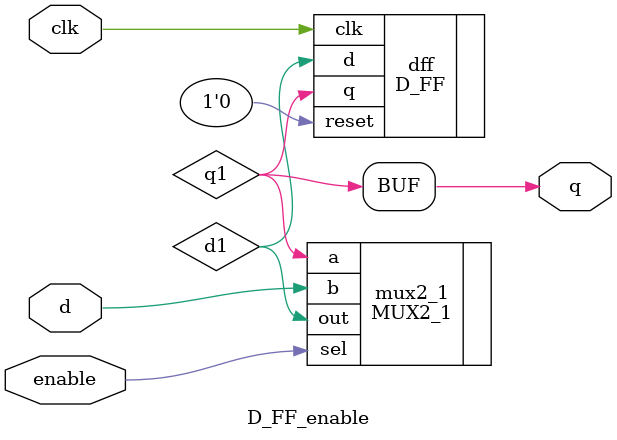
<source format=sv>
`timescale 1ns/10ps
module D_FF_enable (q, d, enable, clk);
 output reg q;
 input d, clk, enable;
 logic d1, q1;
 
 D_FF dff (.q(q1),  .d(d1), .reset(1'b0), .clk);
 
 MUX2_1 mux2_1 (.a(q1), .b(d), .sel(enable), .out(d1));
 
 assign q = q1;
 
 
 endmodule 
</source>
